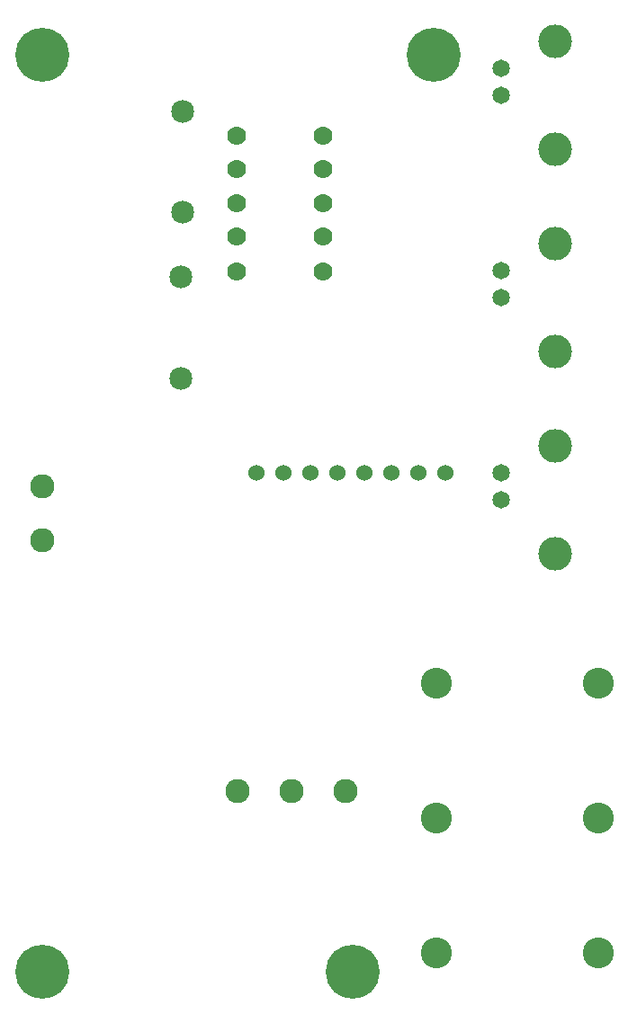
<source format=gbr>
G04 #@! TF.FileFunction,Soldermask,Bot*
%FSLAX46Y46*%
G04 Gerber Fmt 4.6, Leading zero omitted, Abs format (unit mm)*
G04 Created by KiCad (PCBNEW (after 2015-mar-04 BZR unknown)-product) date 5/4/2015 11:29:17 AM*
%MOMM*%
G01*
G04 APERTURE LIST*
%ADD10C,0.101600*%
%ADD11C,5.080000*%
%ADD12C,2.286000*%
%ADD13C,2.159000*%
%ADD14C,1.778000*%
%ADD15C,3.175000*%
%ADD16C,1.651000*%
%ADD17C,1.524000*%
%ADD18C,2.921000*%
G04 APERTURE END LIST*
D10*
D11*
X66040000Y-29210000D03*
X29210000Y-29210000D03*
X58420000Y-115570000D03*
D12*
X29210000Y-69850000D03*
D11*
X29210000Y-115570000D03*
D12*
X29210000Y-74930000D03*
D13*
X42418000Y-34544000D03*
X42418000Y-44069000D03*
X42291000Y-50165000D03*
X42291000Y-59690000D03*
D14*
X47498000Y-36830000D03*
X55626000Y-36830000D03*
X47498000Y-40005000D03*
X55626000Y-40005000D03*
X55626000Y-43180000D03*
X47498000Y-43180000D03*
X55626000Y-46355000D03*
X47498000Y-46355000D03*
X55626000Y-49657000D03*
X47498000Y-49657000D03*
D15*
X77470000Y-38100000D03*
D16*
X72390000Y-33020000D03*
X72390000Y-30480000D03*
D15*
X77470000Y-27940000D03*
X77470000Y-57150000D03*
D16*
X72390000Y-52070000D03*
X72390000Y-49530000D03*
D15*
X77470000Y-46990000D03*
X77470000Y-76200000D03*
D16*
X72390000Y-71120000D03*
X72390000Y-68580000D03*
D15*
X77470000Y-66040000D03*
D17*
X49403000Y-68580000D03*
X51943000Y-68580000D03*
X54483000Y-68580000D03*
X57023000Y-68580000D03*
X59563000Y-68580000D03*
X62103000Y-68580000D03*
X64643000Y-68580000D03*
X67183000Y-68580000D03*
D12*
X47625000Y-98552000D03*
X52705000Y-98552000D03*
X57785000Y-98552000D03*
D18*
X81534000Y-88392000D03*
X66294000Y-88392000D03*
X81534000Y-101092000D03*
X66294000Y-101092000D03*
X81534000Y-113792000D03*
X66294000Y-113792000D03*
M02*

</source>
